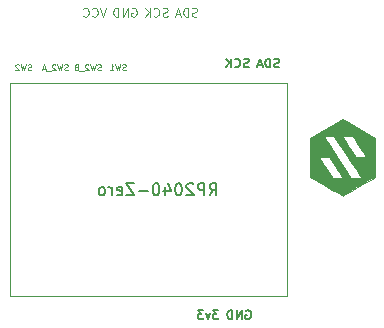
<source format=gbr>
%TF.GenerationSoftware,KiCad,Pcbnew,9.0.1*%
%TF.CreationDate,2025-04-18T19:30:08+12:00*%
%TF.ProjectId,Custom_V0_Display,43757374-6f6d-45f5-9630-5f446973706c,rev?*%
%TF.SameCoordinates,Original*%
%TF.FileFunction,Legend,Bot*%
%TF.FilePolarity,Positive*%
%FSLAX46Y46*%
G04 Gerber Fmt 4.6, Leading zero omitted, Abs format (unit mm)*
G04 Created by KiCad (PCBNEW 9.0.1) date 2025-04-18 19:30:08*
%MOMM*%
%LPD*%
G01*
G04 APERTURE LIST*
%ADD10C,0.100000*%
%ADD11C,0.187500*%
%ADD12C,0.125000*%
%ADD13C,0.150000*%
%ADD14C,0.120000*%
%ADD15C,0.010000*%
G04 APERTURE END LIST*
D10*
X110562782Y-54453014D02*
X110312782Y-55203014D01*
X110312782Y-55203014D02*
X110062782Y-54453014D01*
X109384211Y-55131585D02*
X109419925Y-55167300D01*
X109419925Y-55167300D02*
X109527068Y-55203014D01*
X109527068Y-55203014D02*
X109598496Y-55203014D01*
X109598496Y-55203014D02*
X109705639Y-55167300D01*
X109705639Y-55167300D02*
X109777068Y-55095871D01*
X109777068Y-55095871D02*
X109812782Y-55024442D01*
X109812782Y-55024442D02*
X109848496Y-54881585D01*
X109848496Y-54881585D02*
X109848496Y-54774442D01*
X109848496Y-54774442D02*
X109812782Y-54631585D01*
X109812782Y-54631585D02*
X109777068Y-54560157D01*
X109777068Y-54560157D02*
X109705639Y-54488728D01*
X109705639Y-54488728D02*
X109598496Y-54453014D01*
X109598496Y-54453014D02*
X109527068Y-54453014D01*
X109527068Y-54453014D02*
X109419925Y-54488728D01*
X109419925Y-54488728D02*
X109384211Y-54524442D01*
X108634211Y-55131585D02*
X108669925Y-55167300D01*
X108669925Y-55167300D02*
X108777068Y-55203014D01*
X108777068Y-55203014D02*
X108848496Y-55203014D01*
X108848496Y-55203014D02*
X108955639Y-55167300D01*
X108955639Y-55167300D02*
X109027068Y-55095871D01*
X109027068Y-55095871D02*
X109062782Y-55024442D01*
X109062782Y-55024442D02*
X109098496Y-54881585D01*
X109098496Y-54881585D02*
X109098496Y-54774442D01*
X109098496Y-54774442D02*
X109062782Y-54631585D01*
X109062782Y-54631585D02*
X109027068Y-54560157D01*
X109027068Y-54560157D02*
X108955639Y-54488728D01*
X108955639Y-54488728D02*
X108848496Y-54453014D01*
X108848496Y-54453014D02*
X108777068Y-54453014D01*
X108777068Y-54453014D02*
X108669925Y-54488728D01*
X108669925Y-54488728D02*
X108634211Y-54524442D01*
D11*
X122633787Y-59462750D02*
X122526645Y-59498464D01*
X122526645Y-59498464D02*
X122348073Y-59498464D01*
X122348073Y-59498464D02*
X122276645Y-59462750D01*
X122276645Y-59462750D02*
X122240930Y-59427035D01*
X122240930Y-59427035D02*
X122205216Y-59355607D01*
X122205216Y-59355607D02*
X122205216Y-59284178D01*
X122205216Y-59284178D02*
X122240930Y-59212750D01*
X122240930Y-59212750D02*
X122276645Y-59177035D01*
X122276645Y-59177035D02*
X122348073Y-59141321D01*
X122348073Y-59141321D02*
X122490930Y-59105607D01*
X122490930Y-59105607D02*
X122562359Y-59069892D01*
X122562359Y-59069892D02*
X122598073Y-59034178D01*
X122598073Y-59034178D02*
X122633787Y-58962750D01*
X122633787Y-58962750D02*
X122633787Y-58891321D01*
X122633787Y-58891321D02*
X122598073Y-58819892D01*
X122598073Y-58819892D02*
X122562359Y-58784178D01*
X122562359Y-58784178D02*
X122490930Y-58748464D01*
X122490930Y-58748464D02*
X122312359Y-58748464D01*
X122312359Y-58748464D02*
X122205216Y-58784178D01*
X121455216Y-59427035D02*
X121490930Y-59462750D01*
X121490930Y-59462750D02*
X121598073Y-59498464D01*
X121598073Y-59498464D02*
X121669501Y-59498464D01*
X121669501Y-59498464D02*
X121776644Y-59462750D01*
X121776644Y-59462750D02*
X121848073Y-59391321D01*
X121848073Y-59391321D02*
X121883787Y-59319892D01*
X121883787Y-59319892D02*
X121919501Y-59177035D01*
X121919501Y-59177035D02*
X121919501Y-59069892D01*
X121919501Y-59069892D02*
X121883787Y-58927035D01*
X121883787Y-58927035D02*
X121848073Y-58855607D01*
X121848073Y-58855607D02*
X121776644Y-58784178D01*
X121776644Y-58784178D02*
X121669501Y-58748464D01*
X121669501Y-58748464D02*
X121598073Y-58748464D01*
X121598073Y-58748464D02*
X121490930Y-58784178D01*
X121490930Y-58784178D02*
X121455216Y-58819892D01*
X121133787Y-59498464D02*
X121133787Y-58748464D01*
X120705216Y-59498464D02*
X121026644Y-59069892D01*
X120705216Y-58748464D02*
X121133787Y-59177035D01*
X122405216Y-80084178D02*
X122476645Y-80048464D01*
X122476645Y-80048464D02*
X122583787Y-80048464D01*
X122583787Y-80048464D02*
X122690930Y-80084178D01*
X122690930Y-80084178D02*
X122762359Y-80155607D01*
X122762359Y-80155607D02*
X122798073Y-80227035D01*
X122798073Y-80227035D02*
X122833787Y-80369892D01*
X122833787Y-80369892D02*
X122833787Y-80477035D01*
X122833787Y-80477035D02*
X122798073Y-80619892D01*
X122798073Y-80619892D02*
X122762359Y-80691321D01*
X122762359Y-80691321D02*
X122690930Y-80762750D01*
X122690930Y-80762750D02*
X122583787Y-80798464D01*
X122583787Y-80798464D02*
X122512359Y-80798464D01*
X122512359Y-80798464D02*
X122405216Y-80762750D01*
X122405216Y-80762750D02*
X122369502Y-80727035D01*
X122369502Y-80727035D02*
X122369502Y-80477035D01*
X122369502Y-80477035D02*
X122512359Y-80477035D01*
X122048073Y-80798464D02*
X122048073Y-80048464D01*
X122048073Y-80048464D02*
X121619502Y-80798464D01*
X121619502Y-80798464D02*
X121619502Y-80048464D01*
X121262359Y-80798464D02*
X121262359Y-80048464D01*
X121262359Y-80048464D02*
X121083788Y-80048464D01*
X121083788Y-80048464D02*
X120976645Y-80084178D01*
X120976645Y-80084178D02*
X120905216Y-80155607D01*
X120905216Y-80155607D02*
X120869502Y-80227035D01*
X120869502Y-80227035D02*
X120833788Y-80369892D01*
X120833788Y-80369892D02*
X120833788Y-80477035D01*
X120833788Y-80477035D02*
X120869502Y-80619892D01*
X120869502Y-80619892D02*
X120905216Y-80691321D01*
X120905216Y-80691321D02*
X120976645Y-80762750D01*
X120976645Y-80762750D02*
X121083788Y-80798464D01*
X121083788Y-80798464D02*
X121262359Y-80798464D01*
D12*
X110122525Y-59708500D02*
X110051097Y-59732309D01*
X110051097Y-59732309D02*
X109932049Y-59732309D01*
X109932049Y-59732309D02*
X109884430Y-59708500D01*
X109884430Y-59708500D02*
X109860621Y-59684690D01*
X109860621Y-59684690D02*
X109836811Y-59637071D01*
X109836811Y-59637071D02*
X109836811Y-59589452D01*
X109836811Y-59589452D02*
X109860621Y-59541833D01*
X109860621Y-59541833D02*
X109884430Y-59518023D01*
X109884430Y-59518023D02*
X109932049Y-59494214D01*
X109932049Y-59494214D02*
X110027287Y-59470404D01*
X110027287Y-59470404D02*
X110074906Y-59446595D01*
X110074906Y-59446595D02*
X110098716Y-59422785D01*
X110098716Y-59422785D02*
X110122525Y-59375166D01*
X110122525Y-59375166D02*
X110122525Y-59327547D01*
X110122525Y-59327547D02*
X110098716Y-59279928D01*
X110098716Y-59279928D02*
X110074906Y-59256119D01*
X110074906Y-59256119D02*
X110027287Y-59232309D01*
X110027287Y-59232309D02*
X109908240Y-59232309D01*
X109908240Y-59232309D02*
X109836811Y-59256119D01*
X109670145Y-59232309D02*
X109551097Y-59732309D01*
X109551097Y-59732309D02*
X109455859Y-59375166D01*
X109455859Y-59375166D02*
X109360621Y-59732309D01*
X109360621Y-59732309D02*
X109241574Y-59232309D01*
X109074906Y-59279928D02*
X109051097Y-59256119D01*
X109051097Y-59256119D02*
X109003478Y-59232309D01*
X109003478Y-59232309D02*
X108884430Y-59232309D01*
X108884430Y-59232309D02*
X108836811Y-59256119D01*
X108836811Y-59256119D02*
X108813002Y-59279928D01*
X108813002Y-59279928D02*
X108789192Y-59327547D01*
X108789192Y-59327547D02*
X108789192Y-59375166D01*
X108789192Y-59375166D02*
X108813002Y-59446595D01*
X108813002Y-59446595D02*
X109098716Y-59732309D01*
X109098716Y-59732309D02*
X108789192Y-59732309D01*
X108693955Y-59779928D02*
X108313002Y-59779928D01*
X108027288Y-59470404D02*
X107955860Y-59494214D01*
X107955860Y-59494214D02*
X107932050Y-59518023D01*
X107932050Y-59518023D02*
X107908241Y-59565642D01*
X107908241Y-59565642D02*
X107908241Y-59637071D01*
X107908241Y-59637071D02*
X107932050Y-59684690D01*
X107932050Y-59684690D02*
X107955860Y-59708500D01*
X107955860Y-59708500D02*
X108003479Y-59732309D01*
X108003479Y-59732309D02*
X108193955Y-59732309D01*
X108193955Y-59732309D02*
X108193955Y-59232309D01*
X108193955Y-59232309D02*
X108027288Y-59232309D01*
X108027288Y-59232309D02*
X107979669Y-59256119D01*
X107979669Y-59256119D02*
X107955860Y-59279928D01*
X107955860Y-59279928D02*
X107932050Y-59327547D01*
X107932050Y-59327547D02*
X107932050Y-59375166D01*
X107932050Y-59375166D02*
X107955860Y-59422785D01*
X107955860Y-59422785D02*
X107979669Y-59446595D01*
X107979669Y-59446595D02*
X108027288Y-59470404D01*
X108027288Y-59470404D02*
X108193955Y-59470404D01*
X112222525Y-59708500D02*
X112151097Y-59732309D01*
X112151097Y-59732309D02*
X112032049Y-59732309D01*
X112032049Y-59732309D02*
X111984430Y-59708500D01*
X111984430Y-59708500D02*
X111960621Y-59684690D01*
X111960621Y-59684690D02*
X111936811Y-59637071D01*
X111936811Y-59637071D02*
X111936811Y-59589452D01*
X111936811Y-59589452D02*
X111960621Y-59541833D01*
X111960621Y-59541833D02*
X111984430Y-59518023D01*
X111984430Y-59518023D02*
X112032049Y-59494214D01*
X112032049Y-59494214D02*
X112127287Y-59470404D01*
X112127287Y-59470404D02*
X112174906Y-59446595D01*
X112174906Y-59446595D02*
X112198716Y-59422785D01*
X112198716Y-59422785D02*
X112222525Y-59375166D01*
X112222525Y-59375166D02*
X112222525Y-59327547D01*
X112222525Y-59327547D02*
X112198716Y-59279928D01*
X112198716Y-59279928D02*
X112174906Y-59256119D01*
X112174906Y-59256119D02*
X112127287Y-59232309D01*
X112127287Y-59232309D02*
X112008240Y-59232309D01*
X112008240Y-59232309D02*
X111936811Y-59256119D01*
X111770145Y-59232309D02*
X111651097Y-59732309D01*
X111651097Y-59732309D02*
X111555859Y-59375166D01*
X111555859Y-59375166D02*
X111460621Y-59732309D01*
X111460621Y-59732309D02*
X111341574Y-59232309D01*
X110889192Y-59732309D02*
X111174906Y-59732309D01*
X111032049Y-59732309D02*
X111032049Y-59232309D01*
X111032049Y-59232309D02*
X111079668Y-59303738D01*
X111079668Y-59303738D02*
X111127287Y-59351357D01*
X111127287Y-59351357D02*
X111174906Y-59375166D01*
X107322525Y-59708500D02*
X107251097Y-59732309D01*
X107251097Y-59732309D02*
X107132049Y-59732309D01*
X107132049Y-59732309D02*
X107084430Y-59708500D01*
X107084430Y-59708500D02*
X107060621Y-59684690D01*
X107060621Y-59684690D02*
X107036811Y-59637071D01*
X107036811Y-59637071D02*
X107036811Y-59589452D01*
X107036811Y-59589452D02*
X107060621Y-59541833D01*
X107060621Y-59541833D02*
X107084430Y-59518023D01*
X107084430Y-59518023D02*
X107132049Y-59494214D01*
X107132049Y-59494214D02*
X107227287Y-59470404D01*
X107227287Y-59470404D02*
X107274906Y-59446595D01*
X107274906Y-59446595D02*
X107298716Y-59422785D01*
X107298716Y-59422785D02*
X107322525Y-59375166D01*
X107322525Y-59375166D02*
X107322525Y-59327547D01*
X107322525Y-59327547D02*
X107298716Y-59279928D01*
X107298716Y-59279928D02*
X107274906Y-59256119D01*
X107274906Y-59256119D02*
X107227287Y-59232309D01*
X107227287Y-59232309D02*
X107108240Y-59232309D01*
X107108240Y-59232309D02*
X107036811Y-59256119D01*
X106870145Y-59232309D02*
X106751097Y-59732309D01*
X106751097Y-59732309D02*
X106655859Y-59375166D01*
X106655859Y-59375166D02*
X106560621Y-59732309D01*
X106560621Y-59732309D02*
X106441574Y-59232309D01*
X106274906Y-59279928D02*
X106251097Y-59256119D01*
X106251097Y-59256119D02*
X106203478Y-59232309D01*
X106203478Y-59232309D02*
X106084430Y-59232309D01*
X106084430Y-59232309D02*
X106036811Y-59256119D01*
X106036811Y-59256119D02*
X106013002Y-59279928D01*
X106013002Y-59279928D02*
X105989192Y-59327547D01*
X105989192Y-59327547D02*
X105989192Y-59375166D01*
X105989192Y-59375166D02*
X106013002Y-59446595D01*
X106013002Y-59446595D02*
X106298716Y-59732309D01*
X106298716Y-59732309D02*
X105989192Y-59732309D01*
X105893955Y-59779928D02*
X105513002Y-59779928D01*
X105417764Y-59589452D02*
X105179669Y-59589452D01*
X105465383Y-59732309D02*
X105298717Y-59232309D01*
X105298717Y-59232309D02*
X105132050Y-59732309D01*
D11*
X125233787Y-59462750D02*
X125126645Y-59498464D01*
X125126645Y-59498464D02*
X124948073Y-59498464D01*
X124948073Y-59498464D02*
X124876645Y-59462750D01*
X124876645Y-59462750D02*
X124840930Y-59427035D01*
X124840930Y-59427035D02*
X124805216Y-59355607D01*
X124805216Y-59355607D02*
X124805216Y-59284178D01*
X124805216Y-59284178D02*
X124840930Y-59212750D01*
X124840930Y-59212750D02*
X124876645Y-59177035D01*
X124876645Y-59177035D02*
X124948073Y-59141321D01*
X124948073Y-59141321D02*
X125090930Y-59105607D01*
X125090930Y-59105607D02*
X125162359Y-59069892D01*
X125162359Y-59069892D02*
X125198073Y-59034178D01*
X125198073Y-59034178D02*
X125233787Y-58962750D01*
X125233787Y-58962750D02*
X125233787Y-58891321D01*
X125233787Y-58891321D02*
X125198073Y-58819892D01*
X125198073Y-58819892D02*
X125162359Y-58784178D01*
X125162359Y-58784178D02*
X125090930Y-58748464D01*
X125090930Y-58748464D02*
X124912359Y-58748464D01*
X124912359Y-58748464D02*
X124805216Y-58784178D01*
X124483787Y-59498464D02*
X124483787Y-58748464D01*
X124483787Y-58748464D02*
X124305216Y-58748464D01*
X124305216Y-58748464D02*
X124198073Y-58784178D01*
X124198073Y-58784178D02*
X124126644Y-58855607D01*
X124126644Y-58855607D02*
X124090930Y-58927035D01*
X124090930Y-58927035D02*
X124055216Y-59069892D01*
X124055216Y-59069892D02*
X124055216Y-59177035D01*
X124055216Y-59177035D02*
X124090930Y-59319892D01*
X124090930Y-59319892D02*
X124126644Y-59391321D01*
X124126644Y-59391321D02*
X124198073Y-59462750D01*
X124198073Y-59462750D02*
X124305216Y-59498464D01*
X124305216Y-59498464D02*
X124483787Y-59498464D01*
X123769501Y-59284178D02*
X123412359Y-59284178D01*
X123840930Y-59498464D02*
X123590930Y-58748464D01*
X123590930Y-58748464D02*
X123340930Y-59498464D01*
D12*
X115774906Y-55166000D02*
X115667764Y-55201714D01*
X115667764Y-55201714D02*
X115489192Y-55201714D01*
X115489192Y-55201714D02*
X115417764Y-55166000D01*
X115417764Y-55166000D02*
X115382049Y-55130285D01*
X115382049Y-55130285D02*
X115346335Y-55058857D01*
X115346335Y-55058857D02*
X115346335Y-54987428D01*
X115346335Y-54987428D02*
X115382049Y-54916000D01*
X115382049Y-54916000D02*
X115417764Y-54880285D01*
X115417764Y-54880285D02*
X115489192Y-54844571D01*
X115489192Y-54844571D02*
X115632049Y-54808857D01*
X115632049Y-54808857D02*
X115703478Y-54773142D01*
X115703478Y-54773142D02*
X115739192Y-54737428D01*
X115739192Y-54737428D02*
X115774906Y-54666000D01*
X115774906Y-54666000D02*
X115774906Y-54594571D01*
X115774906Y-54594571D02*
X115739192Y-54523142D01*
X115739192Y-54523142D02*
X115703478Y-54487428D01*
X115703478Y-54487428D02*
X115632049Y-54451714D01*
X115632049Y-54451714D02*
X115453478Y-54451714D01*
X115453478Y-54451714D02*
X115346335Y-54487428D01*
X114596335Y-55130285D02*
X114632049Y-55166000D01*
X114632049Y-55166000D02*
X114739192Y-55201714D01*
X114739192Y-55201714D02*
X114810620Y-55201714D01*
X114810620Y-55201714D02*
X114917763Y-55166000D01*
X114917763Y-55166000D02*
X114989192Y-55094571D01*
X114989192Y-55094571D02*
X115024906Y-55023142D01*
X115024906Y-55023142D02*
X115060620Y-54880285D01*
X115060620Y-54880285D02*
X115060620Y-54773142D01*
X115060620Y-54773142D02*
X115024906Y-54630285D01*
X115024906Y-54630285D02*
X114989192Y-54558857D01*
X114989192Y-54558857D02*
X114917763Y-54487428D01*
X114917763Y-54487428D02*
X114810620Y-54451714D01*
X114810620Y-54451714D02*
X114739192Y-54451714D01*
X114739192Y-54451714D02*
X114632049Y-54487428D01*
X114632049Y-54487428D02*
X114596335Y-54523142D01*
X114274906Y-55201714D02*
X114274906Y-54451714D01*
X113846335Y-55201714D02*
X114167763Y-54773142D01*
X113846335Y-54451714D02*
X114274906Y-54880285D01*
X112746335Y-54487428D02*
X112817764Y-54451714D01*
X112817764Y-54451714D02*
X112924906Y-54451714D01*
X112924906Y-54451714D02*
X113032049Y-54487428D01*
X113032049Y-54487428D02*
X113103478Y-54558857D01*
X113103478Y-54558857D02*
X113139192Y-54630285D01*
X113139192Y-54630285D02*
X113174906Y-54773142D01*
X113174906Y-54773142D02*
X113174906Y-54880285D01*
X113174906Y-54880285D02*
X113139192Y-55023142D01*
X113139192Y-55023142D02*
X113103478Y-55094571D01*
X113103478Y-55094571D02*
X113032049Y-55166000D01*
X113032049Y-55166000D02*
X112924906Y-55201714D01*
X112924906Y-55201714D02*
X112853478Y-55201714D01*
X112853478Y-55201714D02*
X112746335Y-55166000D01*
X112746335Y-55166000D02*
X112710621Y-55130285D01*
X112710621Y-55130285D02*
X112710621Y-54880285D01*
X112710621Y-54880285D02*
X112853478Y-54880285D01*
X112389192Y-55201714D02*
X112389192Y-54451714D01*
X112389192Y-54451714D02*
X111960621Y-55201714D01*
X111960621Y-55201714D02*
X111960621Y-54451714D01*
X111603478Y-55201714D02*
X111603478Y-54451714D01*
X111603478Y-54451714D02*
X111424907Y-54451714D01*
X111424907Y-54451714D02*
X111317764Y-54487428D01*
X111317764Y-54487428D02*
X111246335Y-54558857D01*
X111246335Y-54558857D02*
X111210621Y-54630285D01*
X111210621Y-54630285D02*
X111174907Y-54773142D01*
X111174907Y-54773142D02*
X111174907Y-54880285D01*
X111174907Y-54880285D02*
X111210621Y-55023142D01*
X111210621Y-55023142D02*
X111246335Y-55094571D01*
X111246335Y-55094571D02*
X111317764Y-55166000D01*
X111317764Y-55166000D02*
X111424907Y-55201714D01*
X111424907Y-55201714D02*
X111603478Y-55201714D01*
D11*
X120069502Y-80048464D02*
X119605216Y-80048464D01*
X119605216Y-80048464D02*
X119855216Y-80334178D01*
X119855216Y-80334178D02*
X119748073Y-80334178D01*
X119748073Y-80334178D02*
X119676645Y-80369892D01*
X119676645Y-80369892D02*
X119640930Y-80405607D01*
X119640930Y-80405607D02*
X119605216Y-80477035D01*
X119605216Y-80477035D02*
X119605216Y-80655607D01*
X119605216Y-80655607D02*
X119640930Y-80727035D01*
X119640930Y-80727035D02*
X119676645Y-80762750D01*
X119676645Y-80762750D02*
X119748073Y-80798464D01*
X119748073Y-80798464D02*
X119962359Y-80798464D01*
X119962359Y-80798464D02*
X120033787Y-80762750D01*
X120033787Y-80762750D02*
X120069502Y-80727035D01*
X119355216Y-80298464D02*
X119176644Y-80798464D01*
X119176644Y-80798464D02*
X118998073Y-80298464D01*
X118783787Y-80048464D02*
X118319501Y-80048464D01*
X118319501Y-80048464D02*
X118569501Y-80334178D01*
X118569501Y-80334178D02*
X118462358Y-80334178D01*
X118462358Y-80334178D02*
X118390930Y-80369892D01*
X118390930Y-80369892D02*
X118355215Y-80405607D01*
X118355215Y-80405607D02*
X118319501Y-80477035D01*
X118319501Y-80477035D02*
X118319501Y-80655607D01*
X118319501Y-80655607D02*
X118355215Y-80727035D01*
X118355215Y-80727035D02*
X118390930Y-80762750D01*
X118390930Y-80762750D02*
X118462358Y-80798464D01*
X118462358Y-80798464D02*
X118676644Y-80798464D01*
X118676644Y-80798464D02*
X118748072Y-80762750D01*
X118748072Y-80762750D02*
X118783787Y-80727035D01*
D12*
X118274906Y-55166000D02*
X118167764Y-55201714D01*
X118167764Y-55201714D02*
X117989192Y-55201714D01*
X117989192Y-55201714D02*
X117917764Y-55166000D01*
X117917764Y-55166000D02*
X117882049Y-55130285D01*
X117882049Y-55130285D02*
X117846335Y-55058857D01*
X117846335Y-55058857D02*
X117846335Y-54987428D01*
X117846335Y-54987428D02*
X117882049Y-54916000D01*
X117882049Y-54916000D02*
X117917764Y-54880285D01*
X117917764Y-54880285D02*
X117989192Y-54844571D01*
X117989192Y-54844571D02*
X118132049Y-54808857D01*
X118132049Y-54808857D02*
X118203478Y-54773142D01*
X118203478Y-54773142D02*
X118239192Y-54737428D01*
X118239192Y-54737428D02*
X118274906Y-54666000D01*
X118274906Y-54666000D02*
X118274906Y-54594571D01*
X118274906Y-54594571D02*
X118239192Y-54523142D01*
X118239192Y-54523142D02*
X118203478Y-54487428D01*
X118203478Y-54487428D02*
X118132049Y-54451714D01*
X118132049Y-54451714D02*
X117953478Y-54451714D01*
X117953478Y-54451714D02*
X117846335Y-54487428D01*
X117524906Y-55201714D02*
X117524906Y-54451714D01*
X117524906Y-54451714D02*
X117346335Y-54451714D01*
X117346335Y-54451714D02*
X117239192Y-54487428D01*
X117239192Y-54487428D02*
X117167763Y-54558857D01*
X117167763Y-54558857D02*
X117132049Y-54630285D01*
X117132049Y-54630285D02*
X117096335Y-54773142D01*
X117096335Y-54773142D02*
X117096335Y-54880285D01*
X117096335Y-54880285D02*
X117132049Y-55023142D01*
X117132049Y-55023142D02*
X117167763Y-55094571D01*
X117167763Y-55094571D02*
X117239192Y-55166000D01*
X117239192Y-55166000D02*
X117346335Y-55201714D01*
X117346335Y-55201714D02*
X117524906Y-55201714D01*
X116810620Y-54987428D02*
X116453478Y-54987428D01*
X116882049Y-55201714D02*
X116632049Y-54451714D01*
X116632049Y-54451714D02*
X116382049Y-55201714D01*
X104222525Y-59708500D02*
X104151097Y-59732309D01*
X104151097Y-59732309D02*
X104032049Y-59732309D01*
X104032049Y-59732309D02*
X103984430Y-59708500D01*
X103984430Y-59708500D02*
X103960621Y-59684690D01*
X103960621Y-59684690D02*
X103936811Y-59637071D01*
X103936811Y-59637071D02*
X103936811Y-59589452D01*
X103936811Y-59589452D02*
X103960621Y-59541833D01*
X103960621Y-59541833D02*
X103984430Y-59518023D01*
X103984430Y-59518023D02*
X104032049Y-59494214D01*
X104032049Y-59494214D02*
X104127287Y-59470404D01*
X104127287Y-59470404D02*
X104174906Y-59446595D01*
X104174906Y-59446595D02*
X104198716Y-59422785D01*
X104198716Y-59422785D02*
X104222525Y-59375166D01*
X104222525Y-59375166D02*
X104222525Y-59327547D01*
X104222525Y-59327547D02*
X104198716Y-59279928D01*
X104198716Y-59279928D02*
X104174906Y-59256119D01*
X104174906Y-59256119D02*
X104127287Y-59232309D01*
X104127287Y-59232309D02*
X104008240Y-59232309D01*
X104008240Y-59232309D02*
X103936811Y-59256119D01*
X103770145Y-59232309D02*
X103651097Y-59732309D01*
X103651097Y-59732309D02*
X103555859Y-59375166D01*
X103555859Y-59375166D02*
X103460621Y-59732309D01*
X103460621Y-59732309D02*
X103341574Y-59232309D01*
X103174906Y-59279928D02*
X103151097Y-59256119D01*
X103151097Y-59256119D02*
X103103478Y-59232309D01*
X103103478Y-59232309D02*
X102984430Y-59232309D01*
X102984430Y-59232309D02*
X102936811Y-59256119D01*
X102936811Y-59256119D02*
X102913002Y-59279928D01*
X102913002Y-59279928D02*
X102889192Y-59327547D01*
X102889192Y-59327547D02*
X102889192Y-59375166D01*
X102889192Y-59375166D02*
X102913002Y-59446595D01*
X102913002Y-59446595D02*
X103198716Y-59732309D01*
X103198716Y-59732309D02*
X102889192Y-59732309D01*
D13*
X119325902Y-70309819D02*
X119659235Y-69833628D01*
X119897330Y-70309819D02*
X119897330Y-69309819D01*
X119897330Y-69309819D02*
X119516378Y-69309819D01*
X119516378Y-69309819D02*
X119421140Y-69357438D01*
X119421140Y-69357438D02*
X119373521Y-69405057D01*
X119373521Y-69405057D02*
X119325902Y-69500295D01*
X119325902Y-69500295D02*
X119325902Y-69643152D01*
X119325902Y-69643152D02*
X119373521Y-69738390D01*
X119373521Y-69738390D02*
X119421140Y-69786009D01*
X119421140Y-69786009D02*
X119516378Y-69833628D01*
X119516378Y-69833628D02*
X119897330Y-69833628D01*
X118897330Y-70309819D02*
X118897330Y-69309819D01*
X118897330Y-69309819D02*
X118516378Y-69309819D01*
X118516378Y-69309819D02*
X118421140Y-69357438D01*
X118421140Y-69357438D02*
X118373521Y-69405057D01*
X118373521Y-69405057D02*
X118325902Y-69500295D01*
X118325902Y-69500295D02*
X118325902Y-69643152D01*
X118325902Y-69643152D02*
X118373521Y-69738390D01*
X118373521Y-69738390D02*
X118421140Y-69786009D01*
X118421140Y-69786009D02*
X118516378Y-69833628D01*
X118516378Y-69833628D02*
X118897330Y-69833628D01*
X117944949Y-69405057D02*
X117897330Y-69357438D01*
X117897330Y-69357438D02*
X117802092Y-69309819D01*
X117802092Y-69309819D02*
X117563997Y-69309819D01*
X117563997Y-69309819D02*
X117468759Y-69357438D01*
X117468759Y-69357438D02*
X117421140Y-69405057D01*
X117421140Y-69405057D02*
X117373521Y-69500295D01*
X117373521Y-69500295D02*
X117373521Y-69595533D01*
X117373521Y-69595533D02*
X117421140Y-69738390D01*
X117421140Y-69738390D02*
X117992568Y-70309819D01*
X117992568Y-70309819D02*
X117373521Y-70309819D01*
X116754473Y-69309819D02*
X116659235Y-69309819D01*
X116659235Y-69309819D02*
X116563997Y-69357438D01*
X116563997Y-69357438D02*
X116516378Y-69405057D01*
X116516378Y-69405057D02*
X116468759Y-69500295D01*
X116468759Y-69500295D02*
X116421140Y-69690771D01*
X116421140Y-69690771D02*
X116421140Y-69928866D01*
X116421140Y-69928866D02*
X116468759Y-70119342D01*
X116468759Y-70119342D02*
X116516378Y-70214580D01*
X116516378Y-70214580D02*
X116563997Y-70262200D01*
X116563997Y-70262200D02*
X116659235Y-70309819D01*
X116659235Y-70309819D02*
X116754473Y-70309819D01*
X116754473Y-70309819D02*
X116849711Y-70262200D01*
X116849711Y-70262200D02*
X116897330Y-70214580D01*
X116897330Y-70214580D02*
X116944949Y-70119342D01*
X116944949Y-70119342D02*
X116992568Y-69928866D01*
X116992568Y-69928866D02*
X116992568Y-69690771D01*
X116992568Y-69690771D02*
X116944949Y-69500295D01*
X116944949Y-69500295D02*
X116897330Y-69405057D01*
X116897330Y-69405057D02*
X116849711Y-69357438D01*
X116849711Y-69357438D02*
X116754473Y-69309819D01*
X115563997Y-69643152D02*
X115563997Y-70309819D01*
X115802092Y-69262200D02*
X116040187Y-69976485D01*
X116040187Y-69976485D02*
X115421140Y-69976485D01*
X114849711Y-69309819D02*
X114754473Y-69309819D01*
X114754473Y-69309819D02*
X114659235Y-69357438D01*
X114659235Y-69357438D02*
X114611616Y-69405057D01*
X114611616Y-69405057D02*
X114563997Y-69500295D01*
X114563997Y-69500295D02*
X114516378Y-69690771D01*
X114516378Y-69690771D02*
X114516378Y-69928866D01*
X114516378Y-69928866D02*
X114563997Y-70119342D01*
X114563997Y-70119342D02*
X114611616Y-70214580D01*
X114611616Y-70214580D02*
X114659235Y-70262200D01*
X114659235Y-70262200D02*
X114754473Y-70309819D01*
X114754473Y-70309819D02*
X114849711Y-70309819D01*
X114849711Y-70309819D02*
X114944949Y-70262200D01*
X114944949Y-70262200D02*
X114992568Y-70214580D01*
X114992568Y-70214580D02*
X115040187Y-70119342D01*
X115040187Y-70119342D02*
X115087806Y-69928866D01*
X115087806Y-69928866D02*
X115087806Y-69690771D01*
X115087806Y-69690771D02*
X115040187Y-69500295D01*
X115040187Y-69500295D02*
X114992568Y-69405057D01*
X114992568Y-69405057D02*
X114944949Y-69357438D01*
X114944949Y-69357438D02*
X114849711Y-69309819D01*
X114087806Y-69928866D02*
X113325902Y-69928866D01*
X112944949Y-69309819D02*
X112278283Y-69309819D01*
X112278283Y-69309819D02*
X112944949Y-70309819D01*
X112944949Y-70309819D02*
X112278283Y-70309819D01*
X111516378Y-70262200D02*
X111611616Y-70309819D01*
X111611616Y-70309819D02*
X111802092Y-70309819D01*
X111802092Y-70309819D02*
X111897330Y-70262200D01*
X111897330Y-70262200D02*
X111944949Y-70166961D01*
X111944949Y-70166961D02*
X111944949Y-69786009D01*
X111944949Y-69786009D02*
X111897330Y-69690771D01*
X111897330Y-69690771D02*
X111802092Y-69643152D01*
X111802092Y-69643152D02*
X111611616Y-69643152D01*
X111611616Y-69643152D02*
X111516378Y-69690771D01*
X111516378Y-69690771D02*
X111468759Y-69786009D01*
X111468759Y-69786009D02*
X111468759Y-69881247D01*
X111468759Y-69881247D02*
X111944949Y-69976485D01*
X111040187Y-70309819D02*
X111040187Y-69643152D01*
X111040187Y-69833628D02*
X110992568Y-69738390D01*
X110992568Y-69738390D02*
X110944949Y-69690771D01*
X110944949Y-69690771D02*
X110849711Y-69643152D01*
X110849711Y-69643152D02*
X110754473Y-69643152D01*
X110278282Y-70309819D02*
X110373520Y-70262200D01*
X110373520Y-70262200D02*
X110421139Y-70214580D01*
X110421139Y-70214580D02*
X110468758Y-70119342D01*
X110468758Y-70119342D02*
X110468758Y-69833628D01*
X110468758Y-69833628D02*
X110421139Y-69738390D01*
X110421139Y-69738390D02*
X110373520Y-69690771D01*
X110373520Y-69690771D02*
X110278282Y-69643152D01*
X110278282Y-69643152D02*
X110135425Y-69643152D01*
X110135425Y-69643152D02*
X110040187Y-69690771D01*
X110040187Y-69690771D02*
X109992568Y-69738390D01*
X109992568Y-69738390D02*
X109944949Y-69833628D01*
X109944949Y-69833628D02*
X109944949Y-70119342D01*
X109944949Y-70119342D02*
X109992568Y-70214580D01*
X109992568Y-70214580D02*
X110040187Y-70262200D01*
X110040187Y-70262200D02*
X110135425Y-70309819D01*
X110135425Y-70309819D02*
X110278282Y-70309819D01*
D14*
%TO.C,REF\u002A\u002A*%
X125920000Y-78825000D02*
X102420000Y-78825000D01*
X102420000Y-78825000D02*
X102420000Y-60825000D01*
X125920000Y-60825000D02*
X125920000Y-78825000D01*
X102420000Y-60825000D02*
X125920000Y-60825000D01*
D15*
%TO.C,G\u002A\u002A\u002A*%
X133368600Y-68749983D02*
X133222352Y-68834876D01*
X131997000Y-69546162D01*
X131829269Y-69643525D01*
X131504891Y-69831815D01*
X131215351Y-69999881D01*
X130971255Y-70141566D01*
X130783209Y-70250713D01*
X130661819Y-70321166D01*
X130617692Y-70346770D01*
X130604761Y-70340478D01*
X130518561Y-70292877D01*
X130360495Y-70203630D01*
X130141118Y-70078754D01*
X129870988Y-69924267D01*
X129560661Y-69746185D01*
X129220692Y-69550524D01*
X127831400Y-68749849D01*
X127831400Y-67100000D01*
X128608823Y-67100000D01*
X128702712Y-67245156D01*
X128741777Y-67305476D01*
X128834137Y-67447951D01*
X128962037Y-67645166D01*
X129114162Y-67879678D01*
X129279200Y-68134043D01*
X129761800Y-68877772D01*
X130180900Y-68877886D01*
X130249377Y-68877596D01*
X130428384Y-68873500D01*
X130553150Y-68865563D01*
X130600000Y-68855076D01*
X130598535Y-68851172D01*
X130560382Y-68785882D01*
X130476714Y-68651683D01*
X130355814Y-68461619D01*
X130205966Y-68228735D01*
X130035454Y-67966076D01*
X129470907Y-67100000D01*
X128608823Y-67100000D01*
X127831400Y-67100000D01*
X127831400Y-65450150D01*
X127978934Y-65365123D01*
X129033667Y-65365123D01*
X129039892Y-65376148D01*
X129091971Y-65458837D01*
X129191601Y-65613361D01*
X129332798Y-65830551D01*
X129509580Y-66101238D01*
X129715963Y-66416255D01*
X129945964Y-66766432D01*
X130193600Y-67142603D01*
X131322179Y-68855076D01*
X131336600Y-68876959D01*
X131759934Y-68877479D01*
X131834533Y-68876891D01*
X132009521Y-68869187D01*
X132127559Y-68854402D01*
X132166334Y-68834876D01*
X132160109Y-68823851D01*
X132108030Y-68741162D01*
X132008400Y-68586638D01*
X131867203Y-68369448D01*
X131690421Y-68098761D01*
X131484038Y-67783744D01*
X131254037Y-67433567D01*
X131006400Y-67057396D01*
X129877822Y-65344923D01*
X130600000Y-65344923D01*
X130601466Y-65348827D01*
X130639619Y-65414117D01*
X130723287Y-65548316D01*
X130844187Y-65738380D01*
X130994035Y-65971264D01*
X131164547Y-66233923D01*
X131729094Y-67100000D01*
X132591178Y-67100000D01*
X132497289Y-66954843D01*
X132458224Y-66894523D01*
X132365864Y-66752048D01*
X132237964Y-66554833D01*
X132085839Y-66320321D01*
X131920800Y-66065956D01*
X131438200Y-65322227D01*
X131019100Y-65322113D01*
X130950624Y-65322403D01*
X130771617Y-65326499D01*
X130646851Y-65334436D01*
X130600000Y-65344923D01*
X129877822Y-65344923D01*
X129863400Y-65323040D01*
X129440067Y-65322520D01*
X129365468Y-65323108D01*
X129190480Y-65330812D01*
X129072442Y-65345597D01*
X129033667Y-65365123D01*
X127978934Y-65365123D01*
X130600000Y-63854552D01*
X133368600Y-65450150D01*
X133368600Y-67100000D01*
X133368600Y-68749983D01*
G36*
X133368600Y-68749983D02*
G01*
X133222352Y-68834876D01*
X131997000Y-69546162D01*
X131829269Y-69643525D01*
X131504891Y-69831815D01*
X131215351Y-69999881D01*
X130971255Y-70141566D01*
X130783209Y-70250713D01*
X130661819Y-70321166D01*
X130617692Y-70346770D01*
X130604761Y-70340478D01*
X130518561Y-70292877D01*
X130360495Y-70203630D01*
X130141118Y-70078754D01*
X129870988Y-69924267D01*
X129560661Y-69746185D01*
X129220692Y-69550524D01*
X127831400Y-68749849D01*
X127831400Y-67100000D01*
X128608823Y-67100000D01*
X128702712Y-67245156D01*
X128741777Y-67305476D01*
X128834137Y-67447951D01*
X128962037Y-67645166D01*
X129114162Y-67879678D01*
X129279200Y-68134043D01*
X129761800Y-68877772D01*
X130180900Y-68877886D01*
X130249377Y-68877596D01*
X130428384Y-68873500D01*
X130553150Y-68865563D01*
X130600000Y-68855076D01*
X130598535Y-68851172D01*
X130560382Y-68785882D01*
X130476714Y-68651683D01*
X130355814Y-68461619D01*
X130205966Y-68228735D01*
X130035454Y-67966076D01*
X129470907Y-67100000D01*
X128608823Y-67100000D01*
X127831400Y-67100000D01*
X127831400Y-65450150D01*
X127978934Y-65365123D01*
X129033667Y-65365123D01*
X129039892Y-65376148D01*
X129091971Y-65458837D01*
X129191601Y-65613361D01*
X129332798Y-65830551D01*
X129509580Y-66101238D01*
X129715963Y-66416255D01*
X129945964Y-66766432D01*
X130193600Y-67142603D01*
X131322179Y-68855076D01*
X131336600Y-68876959D01*
X131759934Y-68877479D01*
X131834533Y-68876891D01*
X132009521Y-68869187D01*
X132127559Y-68854402D01*
X132166334Y-68834876D01*
X132160109Y-68823851D01*
X132108030Y-68741162D01*
X132008400Y-68586638D01*
X131867203Y-68369448D01*
X131690421Y-68098761D01*
X131484038Y-67783744D01*
X131254037Y-67433567D01*
X131006400Y-67057396D01*
X129877822Y-65344923D01*
X130600000Y-65344923D01*
X130601466Y-65348827D01*
X130639619Y-65414117D01*
X130723287Y-65548316D01*
X130844187Y-65738380D01*
X130994035Y-65971264D01*
X131164547Y-66233923D01*
X131729094Y-67100000D01*
X132591178Y-67100000D01*
X132497289Y-66954843D01*
X132458224Y-66894523D01*
X132365864Y-66752048D01*
X132237964Y-66554833D01*
X132085839Y-66320321D01*
X131920800Y-66065956D01*
X131438200Y-65322227D01*
X131019100Y-65322113D01*
X130950624Y-65322403D01*
X130771617Y-65326499D01*
X130646851Y-65334436D01*
X130600000Y-65344923D01*
X129877822Y-65344923D01*
X129863400Y-65323040D01*
X129440067Y-65322520D01*
X129365468Y-65323108D01*
X129190480Y-65330812D01*
X129072442Y-65345597D01*
X129033667Y-65365123D01*
X127978934Y-65365123D01*
X130600000Y-63854552D01*
X133368600Y-65450150D01*
X133368600Y-67100000D01*
X133368600Y-68749983D01*
G37*
%TD*%
M02*

</source>
